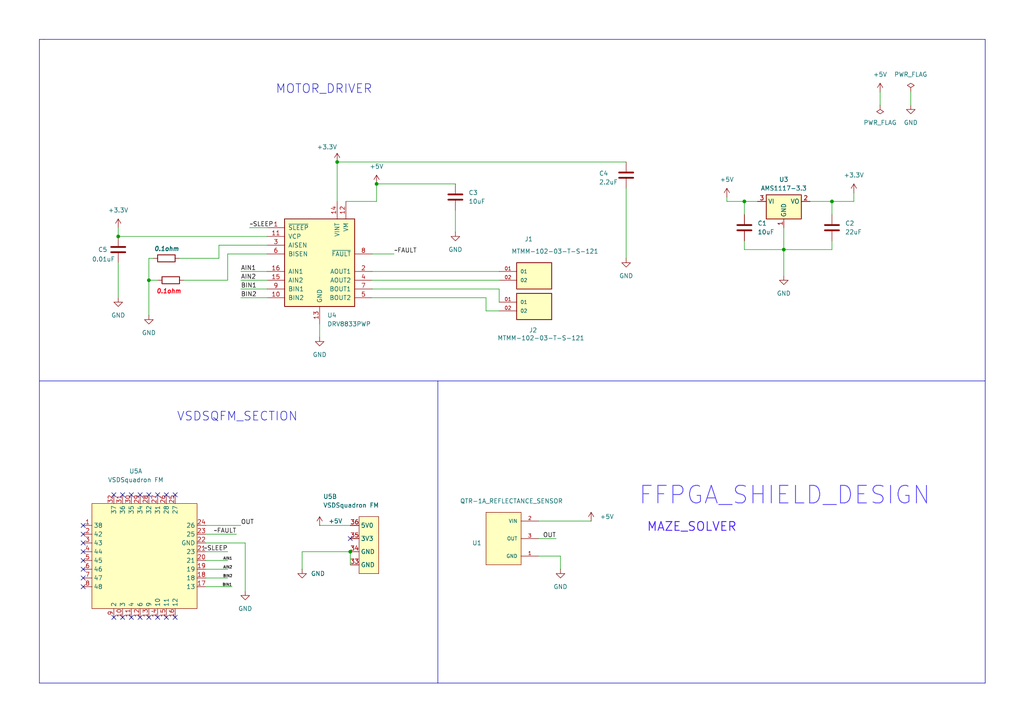
<source format=kicad_sch>
(kicad_sch (version 20231120) (generator "eeschema") (generator_version "8.0")
  (paper "A4")
  (title_block (title "FPGA_SHIELD_DESIGN") (date "17-01-2025") (rev "1A") (company "VLSI"))
  (lib_symbols
    (symbol "Device:C" (pin_numbers hide) (pin_names (offset 0.254))
      (property "Reference" "C" (at 0.635 2.54 0))
      (property "Value" "C" (at 0.635 -2.54 0))
      (symbol "C_0_1"
        (polyline (pts (xy -2.032 -0.762) (xy 2.032 -0.762)) (stroke (width 0.508)))
        (polyline (pts (xy -2.032 0.762) (xy 2.032 0.762)) (stroke (width 0.508)))
      )
      (symbol "C_1_1"
        (pin passive line (at 0 3.81 270) (length 2.794) (name "~") (number "1"))
        (pin passive line (at 0 -3.81 90) (length 2.794) (name "~") (number "2"))
      )
    )
    (symbol "Device:R" (pin_numbers hide) (pin_names (offset 0))
      (property "Reference" "R" (at 2.032 0 90))
      (property "Value" "R" (at 0 0 90))
      (symbol "R_0_1"
        (rectangle (start -1.016 -2.54) (end 1.016 2.54) (stroke (width 0.254)))
      )
      (symbol "R_1_1"
        (pin passive line (at 0 3.81 270) (length 1.27) (name "~") (number "1"))
        (pin passive line (at 0 -3.81 90) (length 1.27) (name "~") (number "2"))
      )
    )
    (symbol "Driver_Motor:DRV8833PWP" (pin_names (offset 1.016))
      (property "Reference" "U" (at -3.81 16.51 0))
      (property "Value" "DRV8833PWP" (at -3.81 13.97 0))
      (symbol "DRV8833PWP_0_1"
        (rectangle (start -10.16 12.7) (end 10.16 -12.7) (stroke (width 0.254)) (fill (type background)))
      )
      (symbol "DRV8833PWP_1_1"
        (pin input line (at -15.24 10.16 0) (length 5.08) (name "~{SLEEP}") (number "1"))
        (pin input line (at -15.24 -10.16 0) (length 5.08) (name "BIN2") (number "10"))
        (pin bidirectional line (at -15.24 7.62 0) (length 5.08) (name "VCP") (number "11"))
        (pin power_in line (at 7.62 17.78 270) (length 5.08) (name "VM") (number "12"))
        (pin power_in line (at 0 -17.78 90) (length 5.08) (name "GND") (number "13"))
        (pin power_in line (at 5.08 17.78 270) (length 5.08) (name "VINT") (number "14"))
        (pin input line (at -15.24 -5.08 0) (length 5.08) (name "AIN2") (number "15"))
        (pin input line (at -15.24 -2.54 0) (length 5.08) (name "AIN1") (number "16"))
        (pin passive line (at 0 -17.78 90) (length 5.08) hide (name "GND") (number "17"))
        (pin power_out line (at 15.24 -2.54 180) (length 5.08) (name "AOUT1") (number "2"))
        (pin bidirectional line (at -15.24 5.08 0) (length 5.08) (name "AISEN") (number "3"))
        (pin power_out line (at 15.24 -5.08 180) (length 5.08) (name "AOUT2") (number "4"))
        (pin power_out line (at 15.24 -10.16 180) (length 5.08) (name "BOUT2") (number "5"))
        (pin bidirectional line (at -15.24 2.54 0) (length 5.08) (name "BISEN") (number "6"))
        (pin power_out line (at 15.24 -7.62 180) (length 5.08) (name "BOUT1") (number "7"))
        (pin open_collector line (at 15.24 2.54 180) (length 5.08) (name "~{FAULT}") (number "8"))
        (pin input line (at -15.24 -7.62 0) (length 5.08) (name "BIN1") (number "9"))
      )
    )
    (symbol "MTMM-102-03-T-S-121:MTMM-102-03-T-S-121" (pin_names (offset 1.016))
      (property "Reference" "J" (at -5.58 3.656 0))
      (property "Value" "MTMM-102-03-T-S-121" (at -5.08 -7.62 0))
      (symbol "MTMM-102-03-T-S-121_0_0"
        (rectangle (start -5.08 -5.08) (end 5.08 2.54) (stroke (width 0.254)) (fill (type background)))
        (pin passive line (at -10.16 0 0) (length 5.08) (name "01") (number "01"))
        (pin passive line (at -10.16 -2.54 0) (length 5.08) (name "02") (number "02"))
      )
    )
    (symbol "QTR-1A_REFLECTANCE_SENSOR:QTR-1A_REFLECTANCE_SENSOR" (pin_names (offset 1.016))
      (property "Reference" "U" (at -5.0899 8.1438 0))
      (property "Value" "QTR-1A_REFLECTANCE_SENSOR" (at -5.0868 -10.1736 0))
      (symbol "QTR-1A_REFLECTANCE_SENSOR_0_0"
        (rectangle (start -5.08 -7.62) (end 5.08 7.62) (stroke (width 0.1524)) (fill (type background)))
        (pin power_in line (at 10.16 -5.08 180) (length 5.08) (name "GND") (number "1"))
        (pin power_in line (at 10.16 5.08 180) (length 5.08) (name "VIN") (number "2"))
        (pin output line (at 10.16 0 180) (length 5.08) (name "OUT") (number "3"))
      )
    )
    (symbol "Regulator_Linear:AMS1117-3.3"
      (property "Reference" "U" (at -3.81 3.175 0))
      (property "Value" "AMS1117-3.3" (at 0 3.175 0))
      (symbol "AMS1117-3.3_0_1"
        (rectangle (start -5.08 -5.08) (end 5.08 1.905) (stroke (width 0.254)) (fill (type background)))
      )
      (symbol "AMS1117-3.3_1_1"
        (pin power_in line (at 0 -7.62 90) (length 2.54) (name "GND") (number "1"))
        (pin power_out line (at 7.62 0 180) (length 2.54) (name "VO") (number "2"))
        (pin power_in line (at -7.62 0 0) (length 2.54) (name "VI") (number "3"))
      )
    )
    (symbol "VSDSquadron_FM_1"
      (property "Reference" "U" (at -11.938 9.398 0))
      (property "Value" "VSDSquadron FM" (at -0.254 9.144 0))
      (symbol "VSDSquadron_FM_1_1_0"
        (pin bidirectional line (at -6.35 -17.78 90) (length 2.54) (name "3") (number "10"))
        (pin bidirectional line (at -3.81 -17.78 90) (length 2.54) (name "4") (number "11"))
        (pin bidirectional line (at -1.27 -17.78 90) (length 2.54) (name "6") (number "12"))
        (pin bidirectional line (at 1.27 -17.78 90) (length 2.54) (name "9") (number "13"))
        (pin bidirectional line (at 3.81 -17.78 90) (length 2.54) (name "10") (number "14"))
        (pin bidirectional line (at 17.78 -8.89 180) (length 2.54) (name "13") (number "17"))
        (pin bidirectional line (at 17.78 -6.35 180) (length 2.54) (name "18") (number "18"))
        (pin bidirectional line (at 17.78 -3.81 180) (length 2.54) (name "19") (number "19"))
        (pin bidirectional line (at 17.78 -1.27 180) (length 2.54) (name "21") (number "20"))
        (pin bidirectional line (at 17.78 1.27 180) (length 2.54) (name "23") (number "21"))
        (pin power_in line (at 17.78 3.81 180) (length 2.54) (name "GND") (number "22"))
        (pin bidirectional line (at 17.78 6.35 180) (length 2.54) (name "25") (number "23"))
        (pin bidirectional line (at 17.78 8.89 180) (length 2.54) (name "26") (number "24"))
        (pin bidirectional line (at 8.89 17.78 270) (length 2.54) (name "27") (number "25"))
        (pin bidirectional line (at 6.35 17.78 270) (length 2.54) (name "28") (number "26"))
        (pin bidirectional line (at -1.27 17.78 270) (length 2.54) (name "34") (number "29"))
        (pin bidirectional line (at -17.78 3.81 0) (length 2.54) (name "43") (number "3"))
        (pin bidirectional line (at -3.81 17.78 270) (length 2.54) (name "35") (number "30"))
        (pin bidirectional line (at -6.35 17.78 270) (length 2.54) (name "36") (number "31"))
        (pin bidirectional line (at -8.89 17.78 270) (length 2.54) (name "37") (number "32"))
        (pin bidirectional line (at -17.78 1.27 0) (length 2.54) (name "44") (number "4"))
        (pin bidirectional line (at -17.78 -1.27 0) (length 2.54) (name "45") (number "5"))
        (pin bidirectional line (at -17.78 -3.81 0) (length 2.54) (name "46") (number "6"))
        (pin bidirectional line (at -17.78 -6.35 0) (length 2.54) (name "47") (number "7"))
      )
      (symbol "VSDSquadron_FM_1_1_1"
        (rectangle (start -15.24 15.24) (end 15.24 -15.24) (fill (type background)))
        (pin bidirectional line (at -17.78 8.89 0) (length 2.54) (name "38") (number "1"))
        (pin bidirectional line (at 6.35 -17.78 90) (length 2.54) (name "11") (number "15"))
        (pin bidirectional line (at 8.89 -17.78 90) (length 2.54) (name "12") (number "16"))
        (pin bidirectional line (at -17.78 6.35 0) (length 2.54) (name "42") (number "2"))
        (pin bidirectional line (at 3.81 17.78 270) (length 2.54) (name "31") (number "27"))
        (pin bidirectional line (at 1.27 17.78 270) (length 2.54) (name "32") (number "28"))
        (pin bidirectional line (at -17.78 -8.89 0) (length 2.54) (name "48") (number "8"))
        (pin bidirectional line (at -8.89 -17.78 90) (length 2.54) (name "2") (number "9"))
      )
      (symbol "VSDSquadron_FM_1_2_1"
        (rectangle (start -3.175 8.255) (end 2.54 -8.255) (fill (type background)))
        (pin power_in line (at -5.715 -5.715 0) (length 2.54) (name "GND") (number "33"))
        (pin power_in line (at -5.715 -1.905 0) (length 2.54) (name "GND") (number "34"))
        (pin power_in line (at -5.715 1.905 0) (length 2.54) (name "3V3") (number "35"))
        (pin power_in line (at -5.715 5.715 0) (length 2.54) (name "5V0") (number "36"))
      )
    )
    (symbol "power:+3.3V" (power) (pin_numbers hide) (pin_names (offset 0) hide)
      (property "Value" "+3.3V" (at 0 3.556 0))
      (symbol "+3.3V_0_1"
        (polyline (pts (xy -0.762 1.27) (xy 0 2.54)))
        (polyline (pts (xy 0 0) (xy 0 2.54)))
        (polyline (pts (xy 0 2.54) (xy 0.762 1.27)))
      )
      (symbol "+3.3V_1_1"
        (pin power_in line (at 0 0 90) (length 0) (name "~") (number "1"))
      )
    )
    (symbol "power:+5V" (power) (pin_numbers hide) (pin_names (offset 0) hide)
      (property "Value" "+5V" (at 0 3.556 0))
      (symbol "+5V_0_1"
        (polyline (pts (xy -0.762 1.27) (xy 0 2.54)))
        (polyline (pts (xy 0 0) (xy 0 2.54)))
        (polyline (pts (xy 0 2.54) (xy 0.762 1.27)))
      )
      (symbol "+5V_1_1"
        (pin power_in line (at 0 0 90) (length 0) (name "~") (number "1"))
      )
    )
    (symbol "power:GND" (power) (pin_numbers hide) (pin_names (offset 0) hide)
      (property "Value" "GND" (at 0 -3.81 0))
      (symbol "GND_0_1"
        (polyline (pts (xy 0 0) (xy 0 -1.27) (xy 1.27 -1.27) (xy 0 -2.54) (xy -1.27 -1.27) (xy 0 -1.27)))
      )
      (symbol "GND_1_1"
        (pin power_in line (at 0 0 270) (length 0) (name "~") (number "1"))
      )
    )
    (symbol "power:PWR_FLAG" (power) (pin_numbers hide) (pin_names (offset 0) hide)
      (property "Value" "PWR_FLAG" (at 0 3.81 0))
      (symbol "PWR_FLAG_0_0"
        (pin power_out line (at 0 0 90) (length 0) (name "~") (number "1"))
      )
      (symbol "PWR_FLAG_0_1"
        (polyline (pts (xy 0 0) (xy 0 1.27) (xy -1.016 1.905) (xy 0 2.54) (xy 1.016 1.905) (xy 0 1.27)))
      )
    )
  )
  (junction (at 109.22 53.34))
  (junction (at 241.3 58.42))
  (junction (at 215.9 58.42))
  (junction (at 34.29 68.58))
  (junction (at 43.18 81.28))
  (junction (at 97.79 46.99))
  (junction (at 227.33 72.39))
  (junction (at 101.6 160.02))
  (no_connect (at 40.64 179.07))
  (no_connect (at 24.13 152.4))
  (no_connect (at 33.02 179.07))
  (no_connect (at 38.1 143.51))
  (no_connect (at 48.26 179.07))
  (no_connect (at 38.1 179.07))
  (no_connect (at 101.6 156.21))
  (no_connect (at 35.56 179.07))
  (no_connect (at 40.64 143.51))
  (no_connect (at 24.13 167.64))
  (no_connect (at 48.26 143.51))
  (no_connect (at 24.13 160.02))
  (no_connect (at 50.8 143.51))
  (no_connect (at 33.02 143.51))
  (no_connect (at 45.72 179.07))
  (no_connect (at 24.13 165.1))
  (no_connect (at 24.13 157.48))
  (no_connect (at 24.13 170.18))
  (no_connect (at 50.8 179.07))
  (no_connect (at 43.18 143.51))
  (no_connect (at 24.13 162.56))
  (no_connect (at 43.18 179.07))
  (no_connect (at 45.72 143.51))
  (no_connect (at 35.56 143.51))
  (no_connect (at 24.13 154.94))
  (wire (pts (xy 34.29 86.36) (xy 34.29 76.2)))
  (polyline (pts (xy 11.43 11.43) (xy 12.7 11.43)))
  (wire (pts (xy 162.56 161.29) (xy 162.56 165.1)))
  (wire (pts (xy 87.63 160.02) (xy 101.6 160.02)))
  (wire (pts (xy 44.45 74.93) (xy 43.18 74.93)))
  (wire (pts (xy 59.69 167.64) (xy 66.04 167.64)))
  (wire (pts (xy 140.97 86.36) (xy 107.95 86.36)))
  (wire (pts (xy 66.04 81.28) (xy 66.04 73.66)))
  (wire (pts (xy 144.78 83.82) (xy 144.78 87.63)))
  (wire (pts (xy 156.21 161.29) (xy 162.56 161.29)))
  (wire (pts (xy 241.3 58.42) (xy 247.65 58.42)))
  (polyline (pts (xy 12.7 11.43) (xy 285.75 11.43)))
  (polyline (pts (xy 285.75 11.43) (xy 285.75 198.12)))
  (wire (pts (xy 255.27 26.67) (xy 255.27 30.48)))
  (wire (pts (xy 114.3 73.66) (xy 107.95 73.66)))
  (wire (pts (xy 59.69 162.56) (xy 66.04 162.56)))
  (wire (pts (xy 59.69 154.94) (xy 68.58 154.94)))
  (wire (pts (xy 43.18 81.28) (xy 43.18 91.44)))
  (wire (pts (xy 69.85 83.82) (xy 77.47 83.82)))
  (wire (pts (xy 59.69 165.1) (xy 66.04 165.1)))
  (wire (pts (xy 101.6 160.02) (xy 101.6 163.83)))
  (wire (pts (xy 97.79 58.42) (xy 97.79 46.99)))
  (wire (pts (xy 34.29 66.04) (xy 34.29 68.58)))
  (wire (pts (xy 227.33 72.39) (xy 227.33 80.01)))
  (polyline (pts (xy 11.43 110.49) (xy 285.75 110.49)))
  (wire (pts (xy 43.18 81.28) (xy 45.72 81.28)))
  (wire (pts (xy 132.08 60.96) (xy 132.08 67.31)))
  (wire (pts (xy 87.63 165.1) (xy 87.63 160.02)))
  (wire (pts (xy 66.04 73.66) (xy 77.47 73.66)))
  (wire (pts (xy 161.29 156.21) (xy 156.21 156.21)))
  (wire (pts (xy 210.82 57.15) (xy 210.82 58.42)))
  (wire (pts (xy 109.22 58.42) (xy 100.33 58.42)))
  (wire (pts (xy 72.39 66.04) (xy 77.47 66.04)))
  (wire (pts (xy 34.29 68.58) (xy 77.47 68.58)))
  (wire (pts (xy 92.71 152.4) (xy 101.6 152.4)))
  (wire (pts (xy 140.97 86.36) (xy 140.97 90.17)))
  (wire (pts (xy 63.5 74.93) (xy 63.5 71.12)))
  (wire (pts (xy 241.3 72.39) (xy 241.3 69.85)))
  (wire (pts (xy 59.69 157.48) (xy 71.12 157.48)))
  (wire (pts (xy 71.12 157.48) (xy 71.12 171.45)))
  (wire (pts (xy 59.69 152.4) (xy 69.85 152.4)))
  (wire (pts (xy 241.3 58.42) (xy 241.3 62.23)))
  (wire (pts (xy 171.45 151.13) (xy 156.21 151.13)))
  (wire (pts (xy 97.79 46.99) (xy 181.61 46.99)))
  (wire (pts (xy 234.95 58.42) (xy 241.3 58.42)))
  (wire (pts (xy 247.65 58.42) (xy 247.65 55.88)))
  (wire (pts (xy 215.9 69.85) (xy 215.9 72.39)))
  (wire (pts (xy 109.22 53.34) (xy 132.08 53.34)))
  (wire (pts (xy 69.85 78.74) (xy 77.47 78.74)))
  (wire (pts (xy 227.33 72.39) (xy 241.3 72.39)))
  (polyline (pts (xy 127 110.49) (xy 127 198.12)))
  (wire (pts (xy 264.16 26.67) (xy 264.16 30.48)))
  (polyline (pts (xy 285.75 198.12) (xy 11.43 198.12)))
  (wire (pts (xy 69.85 86.36) (xy 77.47 86.36)))
  (wire (pts (xy 53.34 81.28) (xy 66.04 81.28)))
  (wire (pts (xy 107.95 78.74) (xy 144.78 78.74)))
  (wire (pts (xy 219.71 58.42) (xy 215.9 58.42)))
  (wire (pts (xy 215.9 72.39) (xy 227.33 72.39)))
  (wire (pts (xy 109.22 53.34) (xy 109.22 58.42)))
  (wire (pts (xy 43.18 74.93) (xy 43.18 81.28)))
  (wire (pts (xy 69.85 81.28) (xy 77.47 81.28)))
  (wire (pts (xy 59.69 170.18) (xy 67.31 170.18)))
  (wire (pts (xy 92.71 93.98) (xy 92.71 97.79)))
  (wire (pts (xy 107.95 83.82) (xy 144.78 83.82)))
  (wire (pts (xy 215.9 58.42) (xy 210.82 58.42)))
  (polyline (pts (xy 11.43 198.12) (xy 11.43 11.43)))
  (wire (pts (xy 140.97 90.17) (xy 144.78 90.17)))
  (wire (pts (xy 63.5 71.12) (xy 77.47 71.12)))
  (wire (pts (xy 52.07 74.93) (xy 63.5 74.93)))
  (wire (pts (xy 227.33 66.04) (xy 227.33 72.39)))
  (wire (pts (xy 215.9 58.42) (xy 215.9 62.23)))
  (wire (pts (xy 181.61 74.93) (xy 181.61 54.61)))
  (wire (pts (xy 107.95 81.28) (xy 144.78 81.28)))
  (wire (pts (xy 59.69 160.02) (xy 66.04 160.02)))
  (text "VSDSQFM_SECTION\n" (at 68.834 120.904 0) (effects (font (size 2.54 2.54))))
  (text "FFPGA_SHIELD_DESIGN" (at 227.584 143.764 0) (effects (font (size 5.08 5.08) (thickness 0.254) (bold yes))))
  (text "MOTOR_DRIVER\n" (at 93.98 25.908 0) (effects (font (size 2.54 2.54))))
  (text "MAZE_SOLVER" (at 200.66 152.908 0) (effects (font (size 2.54 2.54) (thickness 0.254) (bold yes))))
  (label "BIN2" (at 69.85 86.36 0))
  (label "AIN2" (at 66.04 165.1 0) (effects (font (size 0.762 0.762))))
  (label "BIN1" (at 69.85 83.82 0))
  (label "OUT" (at 161.29 156.21 180))
  (label "AIN2" (at 69.85 81.28 0))
  (label "AIN1" (at 66.04 162.56 0) (effects (font (size 0.762 0.762))))
  (label "AIN1" (at 69.85 78.74 0))
  (label "OUT" (at 69.85 152.4 0))
  (label "~SLEEP" (at 72.39 66.04 0))
  (label "~FAULT" (at 114.3 73.66 0))
  (label "BIN1" (at 67.31 170.18 180) (effects (font (size 0.762 0.762))))
  (label "BIN2" (at 66.04 167.64 0) (effects (font (size 0.762 0.762))))
  (label "~FAULT" (at 68.58 154.94 180))
  (label "~SLEEP" (at 66.04 160.02 180))
  (symbol (lib_id "power:GND") (at 92.71 97.79 0) (unit 1)
    (property "Reference" "#PWR012" (effects (hide yes)))
    (property "Value" "GND" (at 92.71 102.87 0))
    (property "Description" "Power symbol creates a global label with name \"GND\" , ground" (effects (hide yes)))
  )
  (symbol (lib_id "Device:C") (at 241.3 66.04 0) (unit 1)
    (property "Reference" "C2" (at 245.11 64.7699 0) (effects (justify left)))
    (property "Value" "22uF" (at 245.11 67.3099 0) (effects (justify left)))
    (property "Footprint" "Capacitor_SMD:C_0805_2012Metric_Pad1.18x1.45mm_HandSolder" (effects (hide yes)))
    (property "Description" "Unpolarized capacitor" (effects (hide yes)))
    (property "LCSC" "C87997" (effects (hide yes)))
  )
  (symbol (lib_id "power:+5V") (at 255.27 26.67 0) (unit 1)
    (property "Reference" "#PWR09" (effects (hide yes)))
    (property "Value" "+5V" (at 255.27 21.59 0))
    (property "Description" "Power symbol creates a global label with name \"+5V\"" (effects (hide yes)))
  )
  (symbol (lib_id "power:+3.3V") (at 34.29 66.04 0) (unit 1)
    (property "Reference" "#PWR013" (effects (hide yes)))
    (property "Value" "+3.3V" (at 34.29 60.96 0))
    (property "Description" "Power symbol creates a global label with name \"+3.3V\"" (effects (hide yes)))
  )
  (symbol (lib_id "power:GND") (at 87.63 165.1 0) (unit 1)
    (property "Reference" "#PWR07" (effects (hide yes)))
    (property "Value" "GND" (at 90.17 166.3699 0) (effects (justify left)))
    (property "Description" "Power symbol creates a global label with name \"GND\" , ground" (effects (hide yes)))
  )
  (symbol (lib_id "Device:C") (at 181.61 50.8 0) (unit 1)
    (property "Reference" "C4" (at 173.736 50.292 0) (effects (justify left)))
    (property "Value" "2.2uF" (at 173.736 52.832 0) (effects (justify left)))
    (property "Footprint" "Capacitor_SMD:C_0603_1608Metric_Pad1.08x0.95mm_HandSolder" (effects (hide yes)))
    (property "Description" "Unpolarized capacitor" (effects (hide yes)))
    (property "LCSC" "C6119816" (effects (hide yes)))
  )
  (symbol (lib_id "power:PWR_FLAG") (at 264.16 26.67 0) (unit 1)
    (property "Reference" "#FLG02" (effects (hide yes)))
    (property "Value" "PWR_FLAG" (at 264.16 21.59 0))
    (property "Description" "Special symbol for telling ERC where power comes from" (effects (hide yes)))
  )
  (symbol (lib_id "Device:C") (at 132.08 57.15 0) (unit 1)
    (property "Reference" "C3" (at 135.89 55.8799 0) (effects (justify left)))
    (property "Value" "10uF" (at 135.89 58.4199 0) (effects (justify left)))
    (property "Footprint" "Capacitor_SMD:C_0805_2012Metric_Pad1.18x1.45mm_HandSolder" (effects (hide yes)))
    (property "Description" "Unpolarized capacitor" (effects (hide yes)))
    (property "LCSC" "C1713" (effects (hide yes)))
  )
  (symbol (lib_id "power:PWR_FLAG") (at 255.27 30.48 180) (unit 1)
    (property "Reference" "#FLG03" (effects (hide yes)))
    (property "Value" "PWR_FLAG" (at 255.27 35.56 0))
    (property "Description" "Special symbol for telling ERC where power comes from" (effects (hide yes)))
  )
  (symbol (lib_id "power:GND") (at 71.12 171.45 0) (unit 1)
    (property "Reference" "#PWR03" (effects (hide yes)))
    (property "Value" "GND" (at 71.12 176.53 0))
    (property "Description" "Power symbol creates a global label with name \"GND\" , ground" (effects (hide yes)))
  )
  (symbol (lib_id "QTR-1A_REFLECTANCE_SENSOR:QTR-1A_REFLECTANCE_SENSOR") (at 146.05 156.21 0) (unit 1)
    (property "Reference" "U1" (at 139.7 157.4801 0) (effects (justify right)))
    (property "Value" "QTR-1A_REFLECTANCE_SENSOR" (at 148.336 146.05 0) (effects (justify bottom)))
    (property "Footprint" "SENSOR_QTR-1A_REFLECTANCE_SENSOR:SENSOR_QTR-1A_REFLECTANCE_SENSOR" (effects (hide yes)))
    (property "MF" "Pololu" (effects (hide yes)))
    (property "Description_1" "\n                        \n                            QTR-1A series Phototransistor Sensor Evaluation Board\n                        \n" (effects (hide yes)))
    (property "Package" "None" (effects (hide yes)))
    (property "Price" "None" (effects (hide yes)))
    (property "Check_prices" "https://www.snapeda.com/parts/QTR-1A%20REFLECTANCE%20SENSOR/Pololu/view-part/?ref=eda" (effects (hide yes)))
    (property "SnapEDA_Link" "https://www.snapeda.com/parts/QTR-1A%20REFLECTANCE%20SENSOR/Pololu/view-part/?ref=snap" (effects (hide yes)))
    (property "MP" "QTR-1A REFLECTANCE SENSOR" (effects (hide yes)))
    (property "Availability" "Not in stock" (effects (hide yes)))
    (property "MANUFACTURER" "Pololu" (effects (hide yes)))
    (property "LCSC" "C431950" (effects (hide yes)))
  )
  (symbol (lib_id "Device:R") (at 49.53 81.28 270) (unit 1)
    (property "Reference" "R2" (effects (hide yes)))
    (property "Value" "0.1ohm" (at 52.578 83.566 90) (effects (font (thickness 0.254) (bold yes) (italic yes)) (justify right top)))
    (property "Footprint" "Resistor_SMD:R_0603_1608Metric_Pad0.98x0.95mm_HandSolder" (effects (hide yes)))
    (property "Description" "Resistor" (effects (hide yes)))
    (property "LCSC" "C4115740" (effects (hide yes)))
  )
  (symbol (lib_name "VSDSquadron_FM_1") (lib_id "VSDSquadron_FM:VSDSquadron_FM") (at 107.315 158.115 0) (unit 2)
    (property "Reference" "U5" (at 93.726 144.018 0) (effects (justify left)))
    (property "Value" "VSDSquadron FM" (at 93.726 146.558 0) (effects (justify left)))
    (property "Footprint" "VSDsquadron_FM:VSDSquadron_FM" (effects (hide yes)))
    (property "Datasheet" "https://github.com/yathAg/VSDSquadron_FM" (effects (hide yes)))
  )
  (symbol (lib_id "power:GND") (at 162.56 165.1 0) (unit 1)
    (property "Reference" "#PWR01" (effects (hide yes)))
    (property "Value" "GND" (at 162.56 170.18 0))
    (property "Description" "Power symbol creates a global label with name \"GND\" , ground" (effects (hide yes)))
  )
  (symbol (lib_id "Device:C") (at 215.9 66.04 0) (unit 1)
    (property "Reference" "C1" (at 219.71 64.7699 0) (effects (justify left)))
    (property "Value" "10uF" (at 219.71 67.3099 0) (effects (justify left)))
    (property "Footprint" "Capacitor_SMD:C_0805_2012Metric_Pad1.18x1.45mm_HandSolder" (effects (hide yes)))
    (property "Description" "Unpolarized capacitor" (effects (hide yes)))
    (property "LCSC" "C1713" (effects (hide yes)))
  )
  (symbol (lib_id "power:+5V") (at 171.45 151.13 0) (unit 1)
    (property "Reference" "#PWR014" (effects (hide yes)))
    (property "Value" "+5V" (at 173.99 149.8599 0) (effects (justify left)))
    (property "Description" "Power symbol creates a global label with name \"+5V\"" (effects (hide yes)))
  )
  (symbol (lib_id "Device:C") (at 34.29 72.39 0) (unit 1)
    (property "Reference" "C5" (at 28.448 72.39 0) (effects (justify left)))
    (property "Value" "0.01uF" (at 26.67 75.184 0) (effects (justify left)))
    (property "Footprint" "Capacitor_SMD:C_0603_1608Metric_Pad1.08x0.95mm_HandSolder" (effects (hide yes)))
    (property "Description" "Unpolarized capacitor" (effects (hide yes)))
    (property "LCSC" "C282519" (effects (hide yes)))
  )
  (symbol (lib_id "power:+5V") (at 92.71 152.4 0) (unit 1)
    (property "Reference" "#PWR018" (effects (hide yes)))
    (property "Value" "+5V" (at 95.25 151.1299 0) (effects (justify left)))
    (property "Description" "Power symbol creates a global label with name \"+5V\"" (effects (hide yes)))
  )
  (symbol (lib_id "power:GND") (at 181.61 74.93 0) (unit 1)
    (property "Reference" "#PWR020" (effects (hide yes)))
    (property "Value" "GND" (at 181.61 80.01 0))
    (property "Description" "Power symbol creates a global label with name \"GND\" , ground" (effects (hide yes)))
  )
  (symbol (lib_id "power:GND") (at 227.33 80.01 0) (unit 1)
    (property "Reference" "#PWR02" (effects (hide yes)))
    (property "Value" "GND" (at 227.33 85.09 0))
    (property "Description" "Power symbol creates a global label with name \"GND\" , ground" (effects (hide yes)))
  )
  (symbol (lib_id "power:GND") (at 264.16 30.48 0) (unit 1)
    (property "Reference" "#PWR08" (effects (hide yes)))
    (property "Value" "GND" (at 264.16 35.56 0))
    (property "Description" "Power symbol creates a global label with name \"GND\" , ground" (effects (hide yes)))
  )
  (symbol (lib_id "MTMM-102-03-T-S-121:MTMM-102-03-T-S-121") (at 154.94 87.63 0) (unit 1)
    (property "Reference" "J2" (at 153.416 95.758 0) (effects (justify left)))
    (property "Value" "MTMM-102-03-T-S-121" (at 144.272 98.044 0) (effects (justify left)))
    (property "Footprint" "SAMTEC_MTMM-102-03-T-S-121:SAMTEC_MTMM-102-03-T-S-121" (effects (hide yes)))
    (property "MF" "Samtec" (effects (hide yes)))
    (property "Description_1" "\n                        \n                            Connector Header Through Hole 2 position 0.079 (2.00mm)\n                        \n" (effects (hide yes)))
    (property "Package" "None" (effects (hide yes)))
    (property "Price" "None" (effects (hide yes)))
    (property "Check_prices" "https://www.snapeda.com/parts/MTMM-102-03-T-S-121/Samtec/view-part/?ref=eda" (effects (hide yes)))
    (property "SnapEDA_Link" "https://www.snapeda.com/parts/MTMM-102-03-T-S-121/Samtec/view-part/?ref=snap" (effects (hide yes)))
    (property "MP" "MTMM-102-03-T-S-121" (effects (hide yes)))
    (property "Availability" "In Stock" (effects (hide yes)))
    (property "MANUFACTURER" "SAMTEC" (effects (hide yes)))
    (property "LCSC" "--" (effects (hide yes)))
  )
  (symbol (lib_id "Driver_Motor:DRV8833PWP") (at 92.71 76.2 0) (unit 1)
    (property "Reference" "U4" (at 94.9041 91.44 0) (effects (justify left)))
    (property "Value" "DRV8833PWP" (at 94.9041 93.98 0) (effects (justify left)))
    (property "Footprint" "Package_SO:HTSSOP-16-1EP_4.4x5mm_P0.65mm_EP3.4x5mm_Mask2.46x2.31mm_ThermalVias" (effects (hide yes)))
    (property "Datasheet" "http://www.ti.com/lit/ds/symlink/drv8833.pdf" (effects (hide yes)))
    (property "Description" "Dual H-Bridge Motor Driver, HTSSOP-16" (effects (hide yes)))
    (property "LCSC" "C2AB174." (effects (hide yes)))
  )
  (symbol (lib_id "MTMM-102-03-T-S-121:MTMM-102-03-T-S-121") (at 154.94 78.74 0) (unit 1)
    (property "Reference" "J1" (at 152.146 69.342 0) (effects (justify left)))
    (property "Value" "MTMM-102-03-T-S-121" (at 148.336 72.898 0) (effects (justify left)))
    (property "Footprint" "SAMTEC_MTMM-102-03-T-S-121:SAMTEC_MTMM-102-03-T-S-121" (effects (hide yes)))
    (property "MF" "Samtec" (effects (hide yes)))
    (property "Description_1" "\n                        \n                            Connector Header Through Hole 2 position 0.079 (2.00mm)\n                        \n" (effects (hide yes)))
    (property "Package" "None" (effects (hide yes)))
    (property "Price" "None" (effects (hide yes)))
    (property "Check_prices" "https://www.snapeda.com/parts/MTMM-102-03-T-S-121/Samtec/view-part/?ref=eda" (effects (hide yes)))
    (property "SnapEDA_Link" "https://www.snapeda.com/parts/MTMM-102-03-T-S-121/Samtec/view-part/?ref=snap" (effects (hide yes)))
    (property "MP" "MTMM-102-03-T-S-121" (effects (hide yes)))
    (property "Availability" "In Stock" (effects (hide yes)))
    (property "MANUFACTURER" "SAMTEC" (effects (hide yes)))
    (property "LCSC" "--" (effects (hide yes)))
  )
  (symbol (lib_id "power:+3.3V") (at 97.79 46.99 0) (unit 1)
    (property "Reference" "#PWR017" (effects (hide yes)))
    (property "Value" "+3.3V" (at 97.79 41.91 0) (effects (justify right top)))
    (property "Description" "Power symbol creates a global label with name \"+3.3V\"" (effects (hide yes)))
  )
  (symbol (lib_id "Device:R") (at 48.26 74.93 270) (unit 1)
    (property "Reference" "R1" (effects (hide yes)))
    (property "Value" "0.1ohm" (at 48.26 72.136 90) (effects (font (thickness 0.254) (bold yes) (italic yes))))
    (property "Footprint" "Resistor_SMD:R_0603_1608Metric_Pad0.98x0.95mm_HandSolder" (effects (hide yes)))
    (property "Description" "Resistor" (effects (hide yes)))
    (property "LCSC" "C4115740" (effects (hide yes)))
  )
  (symbol (lib_id "power:+3.3V") (at 247.65 55.88 0) (unit 1)
    (property "Reference" "#PWR011" (effects (hide yes)))
    (property "Value" "+3.3V" (at 247.65 50.8 0))
    (property "Description" "Power symbol creates a global label with name \"+3.3V\"" (effects (hide yes)))
  )
  (symbol (lib_id "Regulator_Linear:AMS1117-3.3") (at 227.33 58.42 0) (unit 1)
    (property "Reference" "U3" (at 227.33 52.07 0))
    (property "Value" "AMS1117-3.3" (at 227.33 54.61 0))
    (property "Footprint" "Package_TO_SOT_SMD:SOT-223-3_TabPin2" (effects (hide yes)))
    (property "Datasheet" "http://www.advanced-monolithic.com/pdf/ds1117.pdf" (effects (hide yes)))
    (property "Description" "1A Low Dropout regulator, positive, 3.3V fixed output, SOT-223" (effects (hide yes)))
    (property "LCSC" "-------" (effects (hide yes)))
  )
  (symbol (lib_name "VSDSquadron_FM_1") (lib_id "VSDSquadron_FM:VSDSquadron_FM") (at 41.91 161.29 0) (unit 1)
    (property "Reference" "U5" (at 39.37 136.652 0))
    (property "Value" "VSDSquadron FM" (at 39.37 139.192 0))
    (property "Footprint" "VSDsquadron_FM:VSDSquadron_FM" (effects (hide yes)))
    (property "Datasheet" "https://github.com/yathAg/VSDSquadron_FM" (effects (hide yes)))
  )
  (symbol (lib_id "power:GND") (at 132.08 67.31 0) (unit 1)
    (property "Reference" "#PWR019" (effects (hide yes)))
    (property "Value" "GND" (at 132.08 72.39 0))
    (property "Description" "Power symbol creates a global label with name \"GND\" , ground" (effects (hide yes)))
  )
  (symbol (lib_id "power:GND") (at 34.29 86.36 0) (unit 1)
    (property "Reference" "#PWR021" (effects (hide yes)))
    (property "Value" "GND" (at 34.29 91.44 0))
    (property "Description" "Power symbol creates a global label with name \"GND\" , ground" (effects (hide yes)))
  )
  (symbol (lib_id "power:+5V") (at 210.82 57.15 0) (unit 1)
    (property "Reference" "#PWR010" (effects (hide yes)))
    (property "Value" "+5V" (at 210.82 52.07 0))
    (property "Description" "Power symbol creates a global label with name \"+5V\"" (effects (hide yes)))
  )
  (symbol (lib_id "power:GND") (at 43.18 91.44 0) (unit 1)
    (property "Reference" "#PWR016" (effects (hide yes)))
    (property "Value" "GND" (at 43.18 96.52 0))
    (property "Description" "Power symbol creates a global label with name \"GND\" , ground" (effects (hide yes)))
  )
  (symbol (lib_id "power:+5V") (at 109.22 53.34 0) (unit 1)
    (property "Reference" "#PWR015" (effects (hide yes)))
    (property "Value" "+5V" (at 109.22 48.26 0))
    (property "Description" "Power symbol creates a global label with name \"+5V\"" (effects (hide yes)))
  )
)
</source>
